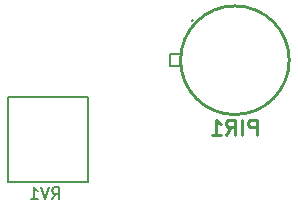
<source format=gbr>
G04 #@! TF.GenerationSoftware,KiCad,Pcbnew,(2017-06-12 revision 19d5cc754)-master*
G04 #@! TF.CreationDate,2018-06-07T02:45:10+02:00*
G04 #@! TF.ProjectId,nestbox,6E657374626F782E6B696361645F7063,rev?*
G04 #@! TF.FileFunction,Legend,Bot*
G04 #@! TF.FilePolarity,Positive*
%FSLAX46Y46*%
G04 Gerber Fmt 4.6, Leading zero omitted, Abs format (unit mm)*
G04 Created by KiCad (PCBNEW (2017-06-12 revision 19d5cc754)-master) date 2018 June 07, Thursday 02:45:10*
%MOMM*%
%LPD*%
G01*
G04 APERTURE LIST*
%ADD10C,0.100000*%
%ADD11C,0.150000*%
%ADD12C,0.200000*%
%ADD13C,0.254000*%
G04 APERTURE END LIST*
D10*
D11*
X146211500Y-103113500D02*
X139411500Y-103113500D01*
X139411500Y-103113500D02*
X139411500Y-110303500D01*
X139411500Y-110303500D02*
X146211500Y-110303500D01*
X146211500Y-110303500D02*
X146211500Y-103113500D01*
D12*
X153959000Y-100500000D02*
X153123000Y-100500000D01*
X153123000Y-100500000D02*
X153123000Y-99500000D01*
X153123000Y-99500000D02*
X153974000Y-99500000D01*
D13*
X163223000Y-100000000D02*
G75*
G03X163223000Y-100000000I-4600000J0D01*
G01*
X155027000Y-96653000D02*
G75*
G03X155027000Y-96653000I-59000J0D01*
G01*
D11*
X143152738Y-111767880D02*
X143486071Y-111291690D01*
X143724166Y-111767880D02*
X143724166Y-110767880D01*
X143343214Y-110767880D01*
X143247976Y-110815500D01*
X143200357Y-110863119D01*
X143152738Y-110958357D01*
X143152738Y-111101214D01*
X143200357Y-111196452D01*
X143247976Y-111244071D01*
X143343214Y-111291690D01*
X143724166Y-111291690D01*
X142867023Y-110767880D02*
X142533690Y-111767880D01*
X142200357Y-110767880D01*
X141343214Y-111767880D02*
X141914642Y-111767880D01*
X141628928Y-111767880D02*
X141628928Y-110767880D01*
X141724166Y-110910738D01*
X141819404Y-111005976D01*
X141914642Y-111053595D01*
D13*
X160497761Y-106289523D02*
X160497761Y-105019523D01*
X160013952Y-105019523D01*
X159893000Y-105080000D01*
X159832523Y-105140476D01*
X159772047Y-105261428D01*
X159772047Y-105442857D01*
X159832523Y-105563809D01*
X159893000Y-105624285D01*
X160013952Y-105684761D01*
X160497761Y-105684761D01*
X159227761Y-106289523D02*
X159227761Y-105019523D01*
X157897285Y-106289523D02*
X158320619Y-105684761D01*
X158623000Y-106289523D02*
X158623000Y-105019523D01*
X158139190Y-105019523D01*
X158018238Y-105080000D01*
X157957761Y-105140476D01*
X157897285Y-105261428D01*
X157897285Y-105442857D01*
X157957761Y-105563809D01*
X158018238Y-105624285D01*
X158139190Y-105684761D01*
X158623000Y-105684761D01*
X156687761Y-106289523D02*
X157413476Y-106289523D01*
X157050619Y-106289523D02*
X157050619Y-105019523D01*
X157171571Y-105200952D01*
X157292523Y-105321904D01*
X157413476Y-105382380D01*
M02*

</source>
